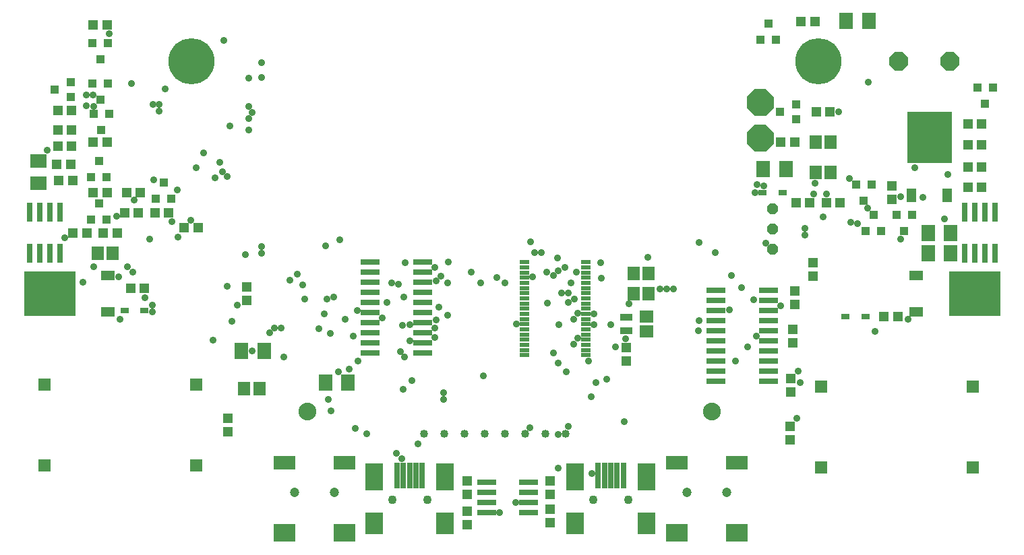
<source format=gbr>
G04 EAGLE Gerber X2 export*
%TF.Part,Single*%
%TF.FileFunction,Soldermask,Top,1*%
%TF.FilePolarity,Negative*%
%TF.GenerationSoftware,Autodesk,EAGLE,8.7.1*%
%TF.CreationDate,2018-03-30T22:44:39Z*%
G75*
%MOMM*%
%FSLAX34Y34*%
%LPD*%
%AMOC8*
5,1,8,0,0,1.08239X$1,22.5*%
G01*
%ADD10C,5.791200*%
%ADD11C,2.235200*%
%ADD12R,1.503200X1.703200*%
%ADD13R,1.803200X2.003200*%
%ADD14R,1.703200X1.503200*%
%ADD15R,2.003200X1.803200*%
%ADD16R,1.003200X0.803200*%
%ADD17R,1.536700X1.536700*%
%ADD18R,1.803200X1.203200*%
%ADD19R,6.403200X5.603200*%
%ADD20R,2.403200X0.803200*%
%ADD21R,5.603200X6.403200*%
%ADD22R,1.203200X1.803200*%
%ADD23R,1.203200X0.553200*%
%ADD24R,0.803200X2.403200*%
%ADD25R,1.603200X0.903200*%
%ADD26R,1.203200X1.303200*%
%ADD27R,1.303200X1.203200*%
%ADD28P,2.556822X8X22.500000*%
%ADD29C,1.016000*%
%ADD30R,1.092200X0.990600*%
%ADD31R,0.990600X1.092200*%
%ADD32P,3.629037X8X22.500000*%
%ADD33R,2.203200X2.703200*%
%ADD34R,2.203200X3.503200*%
%ADD35R,0.703200X3.303200*%
%ADD36C,1.103200*%
%ADD37P,1.539592X8X112.500000*%
%ADD38R,2.703200X2.203200*%
%ADD39R,2.703200X1.703200*%
%ADD40C,1.203200*%
%ADD41C,0.889000*%


D10*
X234950Y609600D03*
X1022350Y609600D03*
D11*
X381000Y168910D03*
X889000Y168910D03*
D12*
X1019200Y508000D03*
X1038200Y508000D03*
D13*
X1085880Y660400D03*
X1057880Y660400D03*
D14*
X806450Y269900D03*
X806450Y288900D03*
D12*
X790600Y317500D03*
X809600Y317500D03*
X790600Y342900D03*
X809600Y342900D03*
X117500Y368300D03*
X136500Y368300D03*
D13*
X953740Y473710D03*
X981740Y473710D03*
X1188750Y393700D03*
X1160750Y393700D03*
D15*
X43180Y455900D03*
X43180Y483900D03*
D12*
X1019200Y469900D03*
X1038200Y469900D03*
D13*
X1188750Y368300D03*
X1160750Y368300D03*
X298420Y245110D03*
X326420Y245110D03*
D12*
X301650Y198120D03*
X320650Y198120D03*
D13*
X431830Y205740D03*
X403830Y205740D03*
D16*
X176330Y295910D03*
X151330Y295910D03*
X1081840Y288290D03*
X1056840Y288290D03*
X977700Y444500D03*
X952700Y444500D03*
D17*
X1026160Y200660D03*
X1026160Y99060D03*
X1216660Y200660D03*
X1216660Y99060D03*
X50800Y203200D03*
X50800Y101600D03*
X241300Y203200D03*
X241300Y101600D03*
D18*
X1145800Y340300D03*
X1145800Y294700D03*
D19*
X1218800Y317500D03*
D18*
X130550Y294700D03*
X130550Y340300D03*
D19*
X57550Y317500D03*
D20*
X960400Y219710D03*
X893800Y295910D03*
X960400Y207010D03*
X960400Y232410D03*
X960400Y245110D03*
X893800Y283210D03*
X893800Y308610D03*
X893800Y321310D03*
X960400Y270510D03*
X960400Y308610D03*
X960400Y257810D03*
X960400Y283210D03*
X960400Y321310D03*
X960400Y295910D03*
X893800Y270510D03*
X893800Y257810D03*
X893800Y245110D03*
X893800Y232410D03*
X893800Y219710D03*
X893800Y207010D03*
X526060Y255270D03*
X459460Y331470D03*
X526060Y242570D03*
X526060Y267970D03*
X526060Y280670D03*
X459460Y318770D03*
X459460Y344170D03*
X459460Y356870D03*
X526060Y306070D03*
X526060Y344170D03*
X526060Y293370D03*
X526060Y318770D03*
X526060Y356870D03*
X526060Y331470D03*
X459460Y306070D03*
X459460Y293370D03*
X459460Y280670D03*
X459460Y267970D03*
X459460Y255270D03*
X459460Y242570D03*
D21*
X1162050Y513950D03*
D22*
X1139250Y440950D03*
X1184850Y440950D03*
D23*
X730650Y239950D03*
X730650Y246450D03*
X730650Y252950D03*
X730650Y259450D03*
X730650Y265950D03*
X730650Y272450D03*
X730650Y278950D03*
X730650Y285450D03*
X730650Y291950D03*
X730650Y298450D03*
X730650Y304950D03*
X730650Y311450D03*
X730650Y317950D03*
X730650Y324450D03*
X730650Y330950D03*
X730650Y337450D03*
X730650Y343950D03*
X730650Y350450D03*
X730650Y356950D03*
X653650Y356950D03*
X653650Y350450D03*
X653650Y343950D03*
X653650Y337450D03*
X653650Y330950D03*
X653650Y324450D03*
X653650Y317950D03*
X653650Y311450D03*
X653650Y304950D03*
X653650Y298450D03*
X653650Y291950D03*
X653650Y285450D03*
X653650Y278950D03*
X653650Y272450D03*
X653650Y265950D03*
X653650Y259450D03*
X653650Y252950D03*
X653650Y246450D03*
X653650Y239950D03*
D24*
X1219200Y367700D03*
X1219200Y419700D03*
X1206500Y367700D03*
X1231900Y367700D03*
X1244600Y367700D03*
X1206500Y419700D03*
X1231900Y419700D03*
X1244600Y419700D03*
X44450Y367700D03*
X44450Y419700D03*
X31750Y367700D03*
X57150Y367700D03*
X69850Y367700D03*
X31750Y419700D03*
X57150Y419700D03*
X69850Y419700D03*
D25*
X781050Y270900D03*
X781050Y287900D03*
D26*
X975750Y508000D03*
X992750Y508000D03*
X1210700Y476250D03*
X1227700Y476250D03*
X1210700Y450850D03*
X1227700Y450850D03*
D27*
X986790Y133740D03*
X986790Y150740D03*
D26*
X1105290Y288290D03*
X1122290Y288290D03*
X1018150Y659130D03*
X1001150Y659130D03*
X85970Y459740D03*
X68970Y459740D03*
X129150Y508000D03*
X112150Y508000D03*
X84700Y502920D03*
X67700Y502920D03*
X129150Y655320D03*
X112150Y655320D03*
D27*
X990600Y255660D03*
X990600Y272660D03*
D26*
X176140Y323850D03*
X159140Y323850D03*
X103750Y393700D03*
X86750Y393700D03*
X83430Y480060D03*
X66430Y480060D03*
X67700Y523240D03*
X84700Y523240D03*
X84700Y547370D03*
X67700Y547370D03*
X124850Y393700D03*
X141850Y393700D03*
D27*
X280670Y160900D03*
X280670Y143900D03*
X993140Y303920D03*
X993140Y320920D03*
D26*
X112150Y444500D03*
X129150Y444500D03*
D27*
X1016000Y339480D03*
X1016000Y356480D03*
D26*
X226450Y400050D03*
X243450Y400050D03*
X168520Y419100D03*
X151520Y419100D03*
X206620Y419100D03*
X189620Y419100D03*
X171060Y444500D03*
X154060Y444500D03*
X1032900Y431800D03*
X1049900Y431800D03*
X994800Y431800D03*
X1011800Y431800D03*
D27*
X1115060Y453000D03*
X1115060Y436000D03*
X781050Y249800D03*
X781050Y232800D03*
D26*
X1020200Y546100D03*
X1037200Y546100D03*
X1210700Y504190D03*
X1227700Y504190D03*
X1210700Y530860D03*
X1227700Y530860D03*
D28*
X1123188Y609600D03*
X1188212Y609600D03*
D29*
X704850Y140970D03*
X679450Y140970D03*
X654050Y140970D03*
X628650Y140970D03*
X603250Y140970D03*
X577850Y140970D03*
X552450Y140970D03*
X527050Y140970D03*
D30*
X994410Y536194D03*
X994410Y555498D03*
X974090Y545846D03*
D31*
X130556Y581660D03*
X111252Y581660D03*
X120904Y561340D03*
X130556Y632460D03*
X111252Y632460D03*
X120904Y612140D03*
X190754Y436880D03*
X210058Y436880D03*
X200406Y457200D03*
X109474Y410210D03*
X128778Y410210D03*
X119126Y430530D03*
X1082294Y396240D03*
X1101598Y396240D03*
X1091946Y416560D03*
X1241806Y576580D03*
X1222502Y576580D03*
X1232154Y556260D03*
X1089406Y454660D03*
X1070102Y454660D03*
X1079754Y434340D03*
X1140206Y416560D03*
X1120902Y416560D03*
X1130554Y396240D03*
X109474Y463550D03*
X128778Y463550D03*
X119126Y483870D03*
X131826Y543560D03*
X112522Y543560D03*
X122174Y523240D03*
X950214Y636270D03*
X969518Y636270D03*
X959866Y656590D03*
D30*
X83820Y564134D03*
X83820Y583438D03*
X63500Y573786D03*
D32*
X949960Y513080D03*
X949960Y557530D03*
D33*
X553770Y28420D03*
X464770Y28420D03*
D34*
X553770Y87420D03*
X464770Y87420D03*
D35*
X493270Y88420D03*
X501270Y88420D03*
X509270Y88420D03*
X517270Y88420D03*
X525270Y88420D03*
D36*
X487270Y58420D03*
X531270Y58420D03*
D33*
X806500Y28420D03*
X717500Y28420D03*
D34*
X806500Y87420D03*
X717500Y87420D03*
D35*
X746000Y88420D03*
X754000Y88420D03*
X762000Y88420D03*
X770000Y88420D03*
X778000Y88420D03*
D36*
X740000Y58420D03*
X784000Y58420D03*
D27*
X988060Y193430D03*
X988060Y210430D03*
X304800Y326000D03*
X304800Y309000D03*
D20*
X606460Y67310D03*
X658460Y67310D03*
X606460Y80010D03*
X606460Y54610D03*
X606460Y41910D03*
X658460Y80010D03*
X658460Y54610D03*
X658460Y41910D03*
D27*
X581660Y65160D03*
X581660Y82160D03*
X581660Y27060D03*
X581660Y44060D03*
X685800Y65160D03*
X685800Y82160D03*
X685800Y29600D03*
X685800Y46600D03*
D37*
X965200Y373380D03*
X965200Y424180D03*
X965200Y398780D03*
D38*
X427390Y16460D03*
X352390Y16460D03*
D39*
X427390Y104960D03*
X352390Y104960D03*
D40*
X414890Y67460D03*
X364890Y67460D03*
D38*
X920150Y16460D03*
X845150Y16460D03*
D39*
X920150Y104960D03*
X845150Y104960D03*
D40*
X907650Y67460D03*
X857650Y67460D03*
D41*
X1143762Y475996D03*
X1072134Y405130D03*
X1126236Y386080D03*
X1084326Y424942D03*
X720090Y261112D03*
X780288Y260350D03*
X997458Y219964D03*
X541020Y350266D03*
X541020Y261874D03*
X497586Y244348D03*
X749046Y356362D03*
X275844Y636016D03*
X112776Y552958D03*
X54102Y497332D03*
X112014Y567436D03*
X218694Y388366D03*
X455676Y141478D03*
X1047750Y546100D03*
X1085088Y583438D03*
X1094232Y270256D03*
X1018794Y456184D03*
X1063752Y407416D03*
X140970Y414274D03*
X303276Y366268D03*
X402336Y291592D03*
X509778Y258064D03*
X201930Y575056D03*
X403860Y377698D03*
X503682Y356362D03*
X131826Y644398D03*
X99060Y331978D03*
X161544Y344170D03*
X358902Y334264D03*
X103632Y567436D03*
X103632Y553720D03*
X160020Y581152D03*
X1005840Y399034D03*
X1126236Y439420D03*
X954024Y453136D03*
X1181100Y411226D03*
X1153668Y438658D03*
X76200Y387604D03*
X112776Y351028D03*
X154686Y351028D03*
X368046Y341884D03*
X421386Y385318D03*
X499872Y109474D03*
X738378Y91186D03*
X1184910Y466852D03*
X419862Y219202D03*
X323088Y607822D03*
X323088Y588772D03*
X444246Y232918D03*
X433578Y222250D03*
X911352Y296926D03*
X708660Y318262D03*
X708660Y306070D03*
X493014Y116332D03*
X740664Y278638D03*
X768096Y250444D03*
X749808Y336550D03*
X601980Y213868D03*
X182880Y386080D03*
X286512Y282448D03*
X689610Y242824D03*
X695706Y229870D03*
X706374Y219202D03*
X737616Y187960D03*
X643128Y279400D03*
X689610Y340360D03*
X945642Y454660D03*
X551688Y184150D03*
X406908Y184150D03*
X351282Y237490D03*
X665988Y369316D03*
X486918Y331216D03*
X307086Y537718D03*
X195072Y546862D03*
X377952Y310642D03*
X405384Y310642D03*
X840486Y322834D03*
X557784Y357124D03*
X542544Y333502D03*
X311658Y545338D03*
X195072Y555244D03*
X339852Y274066D03*
X443484Y296164D03*
X495300Y328930D03*
X941832Y309880D03*
X926592Y325120D03*
X913638Y340360D03*
X872490Y381508D03*
X718566Y344170D03*
X541020Y274066D03*
X271272Y482092D03*
X428244Y285496D03*
X500634Y277876D03*
X933450Y250444D03*
X871728Y271018D03*
X823722Y322834D03*
X704088Y350266D03*
X542544Y283972D03*
X307086Y552958D03*
X186690Y555244D03*
X333756Y267970D03*
X438150Y264160D03*
X509778Y278638D03*
X944880Y264160D03*
X808482Y363220D03*
X695706Y346456D03*
X586740Y344170D03*
X274320Y470662D03*
X409956Y267208D03*
X975360Y302260D03*
X893064Y369316D03*
X598932Y330454D03*
X546354Y300736D03*
X283464Y527812D03*
X323088Y367792D03*
X413766Y312928D03*
X872490Y283210D03*
X716280Y310642D03*
X618744Y337312D03*
X557022Y290068D03*
X307086Y523240D03*
X323088Y376174D03*
X474726Y287020D03*
X832104Y322834D03*
X694944Y362458D03*
X681228Y344170D03*
X663702Y338074D03*
X628650Y330454D03*
X502920Y237490D03*
X280416Y464566D03*
X395478Y273304D03*
X778764Y156718D03*
X519684Y128524D03*
X715518Y253492D03*
X441198Y147574D03*
X185928Y303022D03*
X176784Y312166D03*
X696468Y278638D03*
X733806Y232918D03*
X756666Y210058D03*
X918210Y232918D03*
X557022Y331216D03*
X548640Y339598D03*
X374904Y328168D03*
X185928Y294640D03*
X145542Y284734D03*
X715518Y284734D03*
X265176Y463042D03*
X740664Y291592D03*
X700278Y318262D03*
X674370Y369316D03*
X661416Y382270D03*
X307086Y588010D03*
X762000Y278638D03*
X743712Y205486D03*
X708660Y150622D03*
X410718Y169672D03*
X262128Y258826D03*
X551688Y192532D03*
X995934Y160528D03*
X943356Y443992D03*
X217170Y447802D03*
X241554Y475996D03*
X188214Y459994D03*
X163068Y434848D03*
X250698Y494284D03*
X711708Y330454D03*
X512064Y207772D03*
X501396Y197104D03*
X348234Y274066D03*
X211074Y408178D03*
X234696Y409702D03*
X682752Y305308D03*
X956310Y380746D03*
X1033272Y442468D03*
X1016508Y442468D03*
X480822Y306070D03*
X502158Y312928D03*
X720090Y292354D03*
X660654Y149098D03*
X695706Y140716D03*
X695706Y98044D03*
X784860Y304546D03*
X1005840Y390652D03*
X1028700Y413512D03*
X1061466Y462280D03*
X280416Y326644D03*
X144018Y338074D03*
X622554Y42418D03*
X311658Y245110D03*
X292608Y303022D03*
X999744Y205486D03*
X1135380Y284734D03*
X642366Y54610D03*
M02*

</source>
